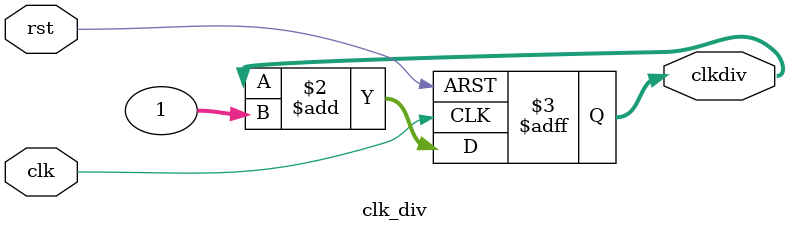
<source format=v>
`timescale 1ns / 1ps
module clk_div(
		input wire clk,
		input wire rst,
		output reg [31:0] clkdiv
	); 
	
	always @(posedge clk or posedge rst ) begin 
			if(rst)begin
				clkdiv <= 0; 
			end
			else begin 
				clkdiv <= clkdiv+1; 
			end
	end
endmodule 
</source>
